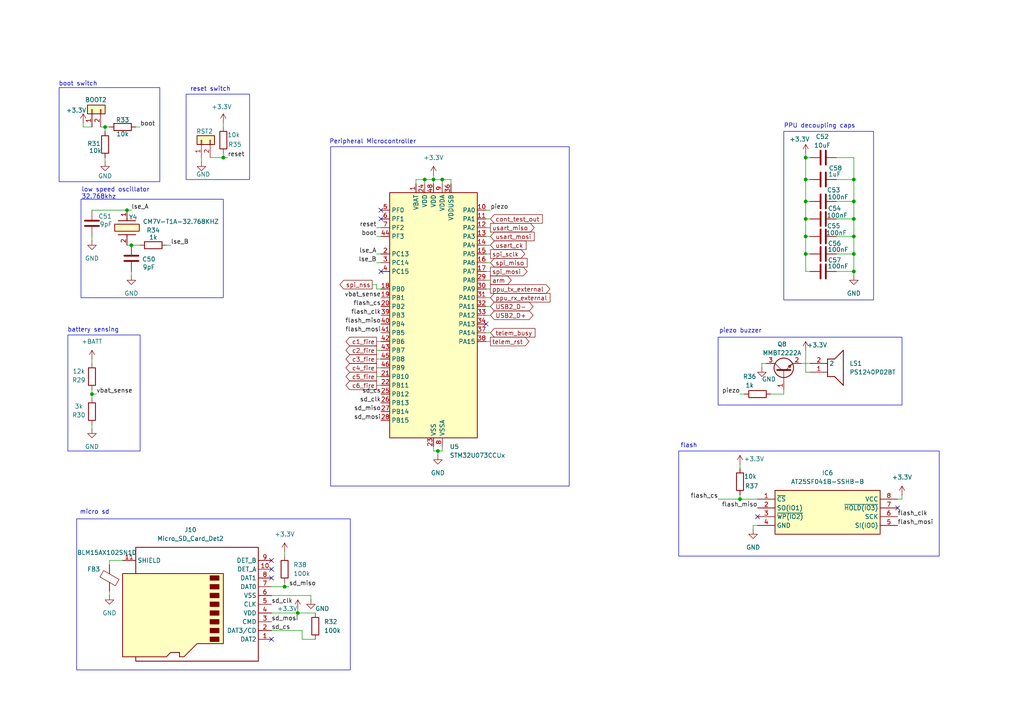
<source format=kicad_sch>
(kicad_sch (version 20250114) (generator "eeschema") (generator_version "9.0")
  (paper "A4")
  (lib_symbols
    (symbol "AT25SF041B-SSHB-B:AT25SF041B-SSHB-B"
      (property "Reference" "IC" (at 36.83 7.62 0))
      (property "Value" "AT25SF041B-SSHB-B" (at 36.83 5.08 0))
      (symbol "AT25SF041B-SSHB-B_1_1"
        (rectangle (start 5.08 2.54) (end 35.56 -10.16) (stroke (width 0.254)) (fill (type background)))
        (pin passive line (at 0 0 0) (length 5.08) (name "~{CS}") (number "1"))
        (pin passive line (at 0 -2.54 0) (length 5.08) (name "SO(IO1)") (number "2"))
        (pin passive line (at 0 -5.08 0) (length 5.08) (name "~{WP(IO2)}") (number "3"))
        (pin passive line (at 0 -7.62 0) (length 5.08) (name "GND") (number "4"))
        (pin passive line (at 40.64 0 180) (length 5.08) (name "VCC") (number "8"))
        (pin passive line (at 40.64 -2.54 180) (length 5.08) (name "~{HOLD(IO3)}") (number "7"))
        (pin passive line (at 40.64 -5.08 180) (length 5.08) (name "SCK") (number "6"))
        (pin passive line (at 40.64 -7.62 180) (length 5.08) (name "SI(IO0)") (number "5"))
      )
    )
    (symbol "CM7V-T1A-32_768KHZ-9PF-10PPM-T:CM7V-T1A-32.768KHZ-9PF-10PPM-TA-QC" (pin_names (hide yes))
      (property "Reference" "Y" (at 8.89 6.35 0))
      (property "Value" "CM7V-T1A-32.768KHZ-9PF-10PPM-TA-QC" (at 8.89 3.81 0))
      (symbol "CM7V-T1A-32.768KHZ-9PF-10PPM-TA-QC_1_1"
        (polyline (pts (xy 3.048 2.54) (xy 3.048 -2.54)) (stroke (width 0.254)))
        (polyline (pts (xy 3.048 0) (xy 2.54 0)) (stroke (width 0.254)))
        (rectangle (start 4.064 3.556) (end 6.096 -3.556) (stroke (width 0.254)) (fill (type background)))
        (polyline (pts (xy 7.112 2.54) (xy 7.112 -2.54)) (stroke (width 0.254)))
        (polyline (pts (xy 7.112 0) (xy 7.62 0)) (stroke (width 0.254)))
        (pin passive line (at 0 0 0) (length 2.54) (name "1") (number "1"))
        (pin passive line (at 10.16 0 180) (length 2.54) (name "2") (number "2"))
      )
    )
    (symbol "Connector:Micro_SD_Card_Det2"
      (property "Reference" "J" (at -16.51 17.78 0))
      (property "Value" "Micro_SD_Card_Det2" (at 16.51 17.78 0))
      (symbol "Micro_SD_Card_Det2_0_1"
        (polyline (pts (xy -8.89 -8.89) (xy -8.89 11.43) (xy -1.27 11.43) (xy 2.54 15.24) (xy 3.81 15.24) (xy 3.81 13.97) (xy 6.35 13.97) (xy 7.62 15.24) (xy 20.32 15.24) (xy 20.32 -8.89) (xy -8.89 -8.89)) (stroke (width 0.254)) (fill (type background)))
        (rectangle (start -7.62 10.795) (end -5.08 9.525) (stroke (width 0.254)) (fill (type outline)))
        (rectangle (start -7.62 8.255) (end -5.08 6.985) (stroke (width 0.254)) (fill (type outline)))
        (rectangle (start -7.62 5.715) (end -5.08 4.445) (stroke (width 0.254)) (fill (type outline)))
        (rectangle (start -7.62 3.175) (end -5.08 1.905) (stroke (width 0.254)) (fill (type outline)))
        (rectangle (start -7.62 0.635) (end -5.08 -0.635) (stroke (width 0.254)) (fill (type outline)))
        (rectangle (start -7.62 -1.905) (end -5.08 -3.175) (stroke (width 0.254)) (fill (type outline)))
        (rectangle (start -7.62 -4.445) (end -5.08 -5.715) (stroke (width 0.254)) (fill (type outline)))
        (rectangle (start -7.62 -6.985) (end -5.08 -8.255) (stroke (width 0.254)) (fill (type outline)))
        (polyline (pts (xy 16.51 15.24) (xy 16.51 16.51) (xy -19.05 16.51) (xy -19.05 -16.51) (xy 16.51 -16.51) (xy 16.51 -8.89)) (stroke (width 0.254)))
      )
      (symbol "Micro_SD_Card_Det2_1_1"
        (pin bidirectional line (at -22.86 10.16 0) (length 3.81) (name "DAT2") (number "1"))
        (pin bidirectional line (at -22.86 7.62 0) (length 3.81) (name "DAT3/CD") (number "2"))
        (pin input line (at -22.86 5.08 0) (length 3.81) (name "CMD") (number "3"))
        (pin power_in line (at -22.86 2.54 0) (length 3.81) (name "VDD") (number "4"))
        (pin input line (at -22.86 0 0) (length 3.81) (name "CLK") (number "5"))
        (pin power_in line (at -22.86 -2.54 0) (length 3.81) (name "VSS") (number "6"))
        (pin bidirectional line (at -22.86 -5.08 0) (length 3.81) (name "DAT0") (number "7"))
        (pin bidirectional line (at -22.86 -7.62 0) (length 3.81) (name "DAT1") (number "8"))
        (pin passive line (at -22.86 -10.16 0) (length 3.81) (name "DET_A") (number "10"))
        (pin passive line (at -22.86 -12.7 0) (length 3.81) (name "DET_B") (number "9"))
        (pin passive line (at 20.32 -12.7 180) (length 3.81) (name "SHIELD") (number "11"))
      )
    )
    (symbol "Connector_Generic:Conn_01x02" (pin_names (offset 1.016) (hide yes))
      (property "Reference" "J" (at 0 2.54 0))
      (property "Value" "Conn_01x02" (at 0 -5.08 0))
      (symbol "Conn_01x02_1_1"
        (rectangle (start -1.27 1.27) (end 1.27 -3.81) (stroke (width 0.254)) (fill (type background)))
        (rectangle (start -1.27 0.127) (end 0 -0.127) (stroke (width 0.1524)))
        (rectangle (start -1.27 -2.413) (end 0 -2.667) (stroke (width 0.1524)))
        (pin passive line (at -5.08 0 0) (length 3.81) (name "Pin_1") (number "1"))
        (pin passive line (at -5.08 -2.54 0) (length 3.81) (name "Pin_2") (number "2"))
      )
    )
    (symbol "Device:C" (pin_numbers (hide yes)) (pin_names (offset 0.254))
      (property "Reference" "C" (at 0.635 2.54 0))
      (property "Value" "C" (at 0.635 -2.54 0))
      (symbol "C_0_1"
        (polyline (pts (xy -2.032 0.762) (xy 2.032 0.762)) (stroke (width 0.508)))
        (polyline (pts (xy -2.032 -0.762) (xy 2.032 -0.762)) (stroke (width 0.508)))
      )
      (symbol "C_1_1"
        (pin passive line (at 0 3.81 270) (length 2.794) (name "~") (number "1"))
        (pin passive line (at 0 -3.81 90) (length 2.794) (name "~") (number "2"))
      )
    )
    (symbol "Device:FerriteBead" (pin_numbers (hide yes)) (pin_names (offset 0))
      (property "Reference" "FB" (at -3.81 0.635 90))
      (property "Value" "FerriteBead" (at 3.81 0 90))
      (symbol "FerriteBead_0_1"
        (polyline (pts (xy -2.7686 0.4064) (xy -1.7018 2.2606) (xy 2.7686 -0.3048) (xy 1.6764 -2.159) (xy -2.7686 0.4064)))
        (polyline (pts (xy 0 1.27) (xy 0 1.2954)))
        (polyline (pts (xy 0 -1.27) (xy 0 -1.2192)))
      )
      (symbol "FerriteBead_1_1"
        (pin passive line (at 0 3.81 270) (length 2.54) (name "~") (number "1"))
        (pin passive line (at 0 -3.81 90) (length 2.54) (name "~") (number "2"))
      )
    )
    (symbol "Device:R" (pin_numbers (hide yes)) (pin_names (offset 0))
      (property "Reference" "R" (at 2.032 0 90))
      (property "Value" "R" (at 0 0 90))
      (symbol "R_0_1"
        (rectangle (start -1.016 -2.54) (end 1.016 2.54) (stroke (width 0.254)))
      )
      (symbol "R_1_1"
        (pin passive line (at 0 3.81 270) (length 1.27) (name "~") (number "1"))
        (pin passive line (at 0 -3.81 90) (length 1.27) (name "~") (number "2"))
      )
    )
    (symbol "MCU_ST_STM32U0:STM32U073CCUx"
      (property "Reference" "U" (at -12.7 36.83 0))
      (property "Value" "STM32U073CCUx" (at 7.62 36.83 0))
      (symbol "STM32U073CCUx_0_1"
        (rectangle (start -12.7 -35.56) (end 12.7 35.56) (stroke (width 0.254)) (fill (type background)))
      )
      (symbol "STM32U073CCUx_1_1"
        (pin bidirectional line (at -15.24 30.48 0) (length 2.54) (name "PF0") (number "5"))
        (pin bidirectional line (at -15.24 27.94 0) (length 2.54) (name "PF1") (number "6"))
        (pin bidirectional line (at -15.24 25.4 0) (length 2.54) (name "PF2") (number "7"))
        (pin bidirectional line (at -15.24 22.86 0) (length 2.54) (name "PF3") (number "44"))
        (pin bidirectional line (at -15.24 17.78 0) (length 2.54) (name "PC13") (number "2"))
        (pin bidirectional line (at -15.24 15.24 0) (length 2.54) (name "PC14") (number "3"))
        (pin bidirectional line (at -15.24 12.7 0) (length 2.54) (name "PC15") (number "4"))
        (pin bidirectional line (at -15.24 7.62 0) (length 2.54) (name "PB0") (number "18"))
        (pin bidirectional line (at -15.24 5.08 0) (length 2.54) (name "PB1") (number "19"))
        (pin bidirectional line (at -15.24 2.54 0) (length 2.54) (name "PB2") (number "20"))
        (pin bidirectional line (at -15.24 0 0) (length 2.54) (name "PB3") (number "39"))
        (pin bidirectional line (at -15.24 -2.54 0) (length 2.54) (name "PB4") (number "40"))
        (pin bidirectional line (at -15.24 -5.08 0) (length 2.54) (name "PB5") (number "41"))
        (pin bidirectional line (at -15.24 -7.62 0) (length 2.54) (name "PB6") (number "42"))
        (pin bidirectional line (at -15.24 -10.16 0) (length 2.54) (name "PB7") (number "43"))
        (pin bidirectional line (at -15.24 -12.7 0) (length 2.54) (name "PB8") (number "45"))
        (pin bidirectional line (at -15.24 -15.24 0) (length 2.54) (name "PB9") (number "46"))
        (pin bidirectional line (at -15.24 -17.78 0) (length 2.54) (name "PB10") (number "21"))
        (pin bidirectional line (at -15.24 -20.32 0) (length 2.54) (name "PB11") (number "22"))
        (pin bidirectional line (at -15.24 -22.86 0) (length 2.54) (name "PB12") (number "25"))
        (pin bidirectional line (at -15.24 -25.4 0) (length 2.54) (name "PB13") (number "26"))
        (pin bidirectional line (at -15.24 -27.94 0) (length 2.54) (name "PB14") (number "27"))
        (pin bidirectional line (at -15.24 -30.48 0) (length 2.54) (name "PB15") (number "28"))
        (pin power_in line (at -5.08 38.1 270) (length 2.54) (name "VBAT") (number "1"))
        (pin power_in line (at -2.54 38.1 270) (length 2.54) (name "VDD") (number "24"))
        (pin power_in line (at 0 38.1 270) (length 2.54) (name "VDD") (number "48"))
        (pin power_in line (at 0 -38.1 90) (length 2.54) (name "VSS") (number "23"))
        (pin passive line (at 0 -38.1 90) (length 2.54) (hide yes) (name "VSS") (number "35"))
        (pin passive line (at 0 -38.1 90) (length 2.54) (hide yes) (name "VSS") (number "47"))
        (pin passive line (at 0 -38.1 90) (length 2.54) (hide yes) (name "VSS") (number "49"))
        (pin power_in line (at 2.54 38.1 270) (length 2.54) (name "VDDA") (number "9"))
        (pin power_in line (at 2.54 -38.1 90) (length 2.54) (name "VSSA") (number "8"))
        (pin power_in line (at 5.08 38.1 270) (length 2.54) (name "VDDUSB") (number "36"))
        (pin bidirectional line (at 15.24 30.48 180) (length 2.54) (name "PA0") (number "10"))
        (pin bidirectional line (at 15.24 27.94 180) (length 2.54) (name "PA1") (number "11"))
        (pin bidirectional line (at 15.24 25.4 180) (length 2.54) (name "PA2") (number "12"))
        (pin bidirectional line (at 15.24 22.86 180) (length 2.54) (name "PA3") (number "13"))
        (pin bidirectional line (at 15.24 20.32 180) (length 2.54) (name "PA4") (number "14"))
        (pin bidirectional line (at 15.24 17.78 180) (length 2.54) (name "PA5") (number "15"))
        (pin bidirectional line (at 15.24 15.24 180) (length 2.54) (name "PA6") (number "16"))
        (pin bidirectional line (at 15.24 12.7 180) (length 2.54) (name "PA7") (number "17"))
        (pin bidirectional line (at 15.24 10.16 180) (length 2.54) (name "PA8") (number "29"))
        (pin bidirectional line (at 15.24 7.62 180) (length 2.54) (name "PA9") (number "30"))
        (pin bidirectional line (at 15.24 5.08 180) (length 2.54) (name "PA10") (number "31"))
        (pin bidirectional line (at 15.24 2.54 180) (length 2.54) (name "PA11") (number "32"))
        (pin bidirectional line (at 15.24 0 180) (length 2.54) (name "PA12") (number "33"))
        (pin bidirectional line (at 15.24 -2.54 180) (length 2.54) (name "PA13") (number "34"))
        (pin bidirectional line (at 15.24 -5.08 180) (length 2.54) (name "PA14") (number "37"))
        (pin bidirectional line (at 15.24 -7.62 180) (length 2.54) (name "PA15") (number "38"))
      )
    )
    (symbol "PS1240P02BT:PS1240P02BT"
      (property "Reference" "LS" (at 11.43 0 0))
      (property "Value" "PS1240P02BT" (at 11.43 -2.54 0))
      (symbol "PS1240P02BT_1_1"
        (polyline (pts (xy 5.08 1.27) (xy 5.08 -3.81)) (stroke (width 0.254)))
        (polyline (pts (xy 5.08 1.27) (xy 7.112 1.27)) (stroke (width 0.254)))
        (polyline (pts (xy 7.112 -3.81) (xy 5.08 -3.81)) (stroke (width 0.254)))
        (polyline (pts (xy 7.112 -3.81) (xy 9.652 -6.35)) (stroke (width 0.254)))
        (polyline (pts (xy 9.652 3.81) (xy 7.112 1.27)) (stroke (width 0.254)))
        (polyline (pts (xy 9.652 3.81) (xy 9.652 -6.35)) (stroke (width 0.254)))
        (pin passive line (at 0 0 0) (length 5.08) (name "2") (number "2"))
        (pin passive line (at 0 -2.54 0) (length 5.08) (name "") (number "1"))
      )
    )
    (symbol "Transistor_BJT:MMBT2222A" (pin_names (offset 0) (hide yes))
      (property "Reference" "Q" (at 5.08 1.905 0))
      (property "Value" "MMBT2222A" (at 5.08 0 0))
      (symbol "MMBT2222A_0_1"
        (polyline (pts (xy -2.54 0) (xy 0.635 0)))
        (polyline (pts (xy 0.635 1.905) (xy 0.635 -1.905)) (stroke (width 0.508)))
        (circle (center 1.27 0) (radius 2.8194) (stroke (width 0.254)))
      )
      (symbol "MMBT2222A_1_1"
        (polyline (pts (xy 0.635 0.635) (xy 2.54 2.54)))
        (polyline (pts (xy 0.635 -0.635) (xy 2.54 -2.54)))
        (polyline (pts (xy 1.27 -1.778) (xy 1.778 -1.27) (xy 2.286 -2.286) (xy 1.27 -1.778)) (fill (type outline)))
        (pin input line (at -5.08 0 0) (length 2.54) (name "B") (number "1"))
        (pin passive line (at 2.54 5.08 270) (length 2.54) (name "C") (number "3"))
        (pin passive line (at 2.54 -5.08 90) (length 2.54) (name "E") (number "2"))
      )
    )
    (symbol "power:+3.3V" (power) (pin_numbers (hide yes)) (pin_names (offset 0) (hide yes))
      (property "Value" "+3.3V" (at 0 3.556 0))
      (symbol "+3.3V_0_1"
        (polyline (pts (xy -0.762 1.27) (xy 0 2.54)))
        (polyline (pts (xy 0 2.54) (xy 0.762 1.27)))
        (polyline (pts (xy 0 0) (xy 0 2.54)))
      )
      (symbol "+3.3V_1_1"
        (pin power_in line (at 0 0 90) (length 0) (name "~") (number "1"))
      )
    )
    (symbol "power:+BATT" (power) (pin_numbers (hide yes)) (pin_names (offset 0) (hide yes))
      (property "Value" "+BATT" (at 0 3.556 0))
      (symbol "+BATT_0_1"
        (polyline (pts (xy -0.762 1.27) (xy 0 2.54)))
        (polyline (pts (xy 0 2.54) (xy 0.762 1.27)))
        (polyline (pts (xy 0 0) (xy 0 2.54)))
      )
      (symbol "+BATT_1_1"
        (pin power_in line (at 0 0 90) (length 0) (name "~") (number "1"))
      )
    )
    (symbol "power:GND" (power) (pin_numbers (hide yes)) (pin_names (offset 0) (hide yes))
      (property "Value" "GND" (at 0 -3.81 0))
      (symbol "GND_0_1"
        (polyline (pts (xy 0 0) (xy 0 -1.27) (xy 1.27 -1.27) (xy 0 -2.54) (xy -1.27 -1.27) (xy 0 -1.27)))
      )
      (symbol "GND_1_1"
        (pin power_in line (at 0 0 270) (length 0) (name "~") (number "1"))
      )
    )
  )
  (rectangle (start 17.145 25.4) (end 46.355 52.705))
  (rectangle (start 53.975 27.305) (end 72.39 52.07))
  (rectangle (start 227.33 38.1) (end 253.365 86.995))
  (rectangle (start 23.495 57.785) (end 64.77 86.36))
  (rectangle (start 22.225 150.495) (end 101.6 194.31))
  (rectangle (start 95.885 42.545) (end 165.1 140.97))
  (rectangle (start 19.685 97.155) (end 40.64 130.81))
  (rectangle (start 208.28 97.79) (end 261.62 117.475))
  (rectangle (start 196.85 130.81) (end 272.415 161.29))
  (text "flash" (at 197.358 129.286 0) (effects (font (size 1.27 1.27)) (justify left)))
  (text "PPU decoupling caps" (at 227.33 36.576 0) (effects (font (size 1.27 1.27)) (justify left)))
  (text "reset switch" (at 55.118 25.908 0) (effects (font (size 1.27 1.27)) (justify left)))
  (text "battery sensing" (at 19.558 95.758 0) (effects (font (size 1.27 1.27)) (justify left)))
  (text "Peripheral Microcontroller" (at 95.504 41.148 0) (effects (font (size 1.27 1.27)) (justify left)))
  (text "boot switch" (at 17.018 24.384 0) (effects (font (size 1.27 1.27)) (justify left)))
  (text "micro sd" (at 23.114 148.59 0) (effects (font (size 1.27 1.27)) (justify left)))
  (text "piezo buzzer" (at 208.534 96.012 0) (effects (font (size 1.27 1.27)) (justify left)))
  (text "low speed oscillator\n32.768khz" (at 23.622 56.134 0) (effects (font (size 1.27 1.27)) (justify left)))
  (junction (at 247.65 73.66))
  (junction (at 128.27 52.07))
  (junction (at 247.65 78.74))
  (junction (at 36.83 60.96))
  (junction (at 125.73 52.07))
  (junction (at 233.68 45.72))
  (junction (at 247.65 58.42))
  (junction (at 247.65 63.5))
  (junction (at 233.68 63.5))
  (junction (at 123.19 52.07))
  (junction (at 233.68 68.58))
  (junction (at 127 130.81))
  (junction (at 233.68 73.66))
  (junction (at 30.48 36.83))
  (junction (at 233.68 52.07))
  (junction (at 86.36 177.8))
  (junction (at 247.65 52.07))
  (junction (at 233.68 58.42))
  (junction (at 26.67 114.3))
  (junction (at 214.63 144.78))
  (junction (at 38.1 71.12))
  (junction (at 82.55 170.18))
  (junction (at 64.77 45.72))
  (junction (at 247.65 68.58))
  (no_connect (at 219.71 149.86))
  (no_connect (at 110.49 60.96))
  (no_connect (at 78.74 185.42))
  (no_connect (at 78.74 167.64))
  (no_connect (at 78.74 165.1))
  (no_connect (at 110.49 78.74))
  (no_connect (at 78.74 162.56))
  (no_connect (at 140.97 93.98))
  (no_connect (at 260.35 147.32))
  (no_connect (at 110.49 63.5))
  (wire (pts (xy 125.73 52.07) (xy 128.27 52.07)))
  (wire (pts (xy 233.68 44.45) (xy 233.68 45.72)))
  (wire (pts (xy 26.67 123.19) (xy 26.67 124.46)))
  (wire (pts (xy 232.41 105.41) (xy 234.95 105.41)))
  (wire (pts (xy 140.97 96.52) (xy 142.24 96.52)))
  (wire (pts (xy 30.48 45.72) (xy 30.48 46.99)))
  (wire (pts (xy 64.77 35.56) (xy 64.77 36.83)))
  (wire (pts (xy 233.68 107.95) (xy 233.68 101.6)))
  (wire (pts (xy 140.97 66.04) (xy 142.24 66.04)))
  (wire (pts (xy 64.77 45.72) (xy 66.04 45.72)))
  (wire (pts (xy 31.75 171.45) (xy 31.75 172.72)))
  (wire (pts (xy 29.21 36.83) (xy 30.48 36.83)))
  (wire (pts (xy 109.22 111.76) (xy 110.49 111.76)))
  (wire (pts (xy 247.65 78.74) (xy 242.57 78.74)))
  (wire (pts (xy 78.74 170.18) (xy 82.55 170.18)))
  (wire (pts (xy 109.22 83.82) (xy 110.49 83.82)))
  (wire (pts (xy 26.67 114.3) (xy 26.67 115.57)))
  (wire (pts (xy 247.65 58.42) (xy 247.65 63.5)))
  (wire (pts (xy 242.57 52.07) (xy 247.65 52.07)))
  (wire (pts (xy 220.98 105.41) (xy 222.25 105.41)))
  (wire (pts (xy 109.22 106.68) (xy 110.49 106.68)))
  (wire (pts (xy 247.65 73.66) (xy 247.65 78.74)))
  (wire (pts (xy 60.96 45.72) (xy 64.77 45.72)))
  (wire (pts (xy 140.97 86.36) (xy 142.24 86.36)))
  (wire (pts (xy 90.17 173.99) (xy 90.17 172.72)))
  (wire (pts (xy 26.67 104.14) (xy 26.67 105.41)))
  (wire (pts (xy 233.68 45.72) (xy 233.68 52.07)))
  (wire (pts (xy 140.97 99.06) (xy 142.24 99.06)))
  (wire (pts (xy 247.65 63.5) (xy 247.65 68.58)))
  (wire (pts (xy 109.22 82.55) (xy 109.22 83.82)))
  (wire (pts (xy 48.26 71.12) (xy 49.53 71.12)))
  (wire (pts (xy 247.65 45.72) (xy 247.65 52.07)))
  (wire (pts (xy 38.1 71.12) (xy 36.83 71.12)))
  (wire (pts (xy 87.63 182.88) (xy 87.63 185.42)))
  (wire (pts (xy 109.22 76.2) (xy 110.49 76.2)))
  (wire (pts (xy 220.98 105.41) (xy 220.98 106.68)))
  (wire (pts (xy 130.81 52.07) (xy 130.81 53.34)))
  (wire (pts (xy 140.97 63.5) (xy 142.24 63.5)))
  (wire (pts (xy 242.57 73.66) (xy 247.65 73.66)))
  (wire (pts (xy 140.97 68.58) (xy 142.24 68.58)))
  (wire (pts (xy 26.67 114.3) (xy 27.94 114.3)))
  (wire (pts (xy 247.65 68.58) (xy 247.65 73.66)))
  (wire (pts (xy 127 130.81) (xy 125.73 130.81)))
  (wire (pts (xy 247.65 78.74) (xy 247.65 80.01)))
  (wire (pts (xy 109.22 104.14) (xy 110.49 104.14)))
  (wire (pts (xy 233.68 52.07) (xy 233.68 58.42)))
  (wire (pts (xy 109.22 101.6) (xy 110.49 101.6)))
  (wire (pts (xy 109.22 109.22) (xy 110.49 109.22)))
  (wire (pts (xy 86.36 177.8) (xy 91.44 177.8)))
  (wire (pts (xy 120.65 53.34) (xy 120.65 52.07)))
  (wire (pts (xy 82.55 160.02) (xy 82.55 161.29)))
  (wire (pts (xy 261.62 143.51) (xy 261.62 144.78)))
  (wire (pts (xy 242.57 45.72) (xy 247.65 45.72)))
  (wire (pts (xy 214.63 114.3) (xy 215.9 114.3)))
  (wire (pts (xy 140.97 78.74) (xy 142.24 78.74)))
  (wire (pts (xy 242.57 68.58) (xy 247.65 68.58)))
  (wire (pts (xy 109.22 73.66) (xy 110.49 73.66)))
  (wire (pts (xy 109.22 68.58) (xy 110.49 68.58)))
  (wire (pts (xy 233.68 68.58) (xy 233.68 73.66)))
  (wire (pts (xy 234.95 58.42) (xy 233.68 58.42)))
  (wire (pts (xy 140.97 91.44) (xy 142.24 91.44)))
  (wire (pts (xy 128.27 52.07) (xy 130.81 52.07)))
  (wire (pts (xy 214.63 144.78) (xy 219.71 144.78)))
  (wire (pts (xy 123.19 52.07) (xy 125.73 52.07)))
  (wire (pts (xy 140.97 71.12) (xy 142.24 71.12)))
  (wire (pts (xy 140.97 88.9) (xy 142.24 88.9)))
  (wire (pts (xy 233.68 78.74) (xy 234.95 78.74)))
  (wire (pts (xy 218.44 153.67) (xy 218.44 152.4)))
  (wire (pts (xy 26.67 60.96) (xy 36.83 60.96)))
  (wire (pts (xy 233.68 52.07) (xy 234.95 52.07)))
  (wire (pts (xy 109.22 66.04) (xy 110.49 66.04)))
  (wire (pts (xy 234.95 73.66) (xy 233.68 73.66)))
  (wire (pts (xy 128.27 52.07) (xy 128.27 53.34)))
  (wire (pts (xy 58.42 45.72) (xy 58.42 46.99)))
  (wire (pts (xy 82.55 168.91) (xy 82.55 170.18)))
  (wire (pts (xy 78.74 172.72) (xy 90.17 172.72)))
  (wire (pts (xy 242.57 58.42) (xy 247.65 58.42)))
  (wire (pts (xy 83.82 170.18) (xy 82.55 170.18)))
  (wire (pts (xy 36.83 60.96) (xy 38.1 60.96)))
  (wire (pts (xy 214.63 143.51) (xy 214.63 144.78)))
  (wire (pts (xy 31.75 162.56) (xy 35.56 162.56)))
  (wire (pts (xy 123.19 52.07) (xy 123.19 53.34)))
  (wire (pts (xy 30.48 36.83) (xy 30.48 38.1)))
  (wire (pts (xy 125.73 52.07) (xy 125.73 53.34)))
  (wire (pts (xy 223.52 114.3) (xy 227.33 114.3)))
  (wire (pts (xy 125.73 130.81) (xy 125.73 129.54)))
  (wire (pts (xy 234.95 68.58) (xy 233.68 68.58)))
  (wire (pts (xy 109.22 99.06) (xy 110.49 99.06)))
  (wire (pts (xy 39.37 36.83) (xy 40.64 36.83)))
  (wire (pts (xy 127 130.81) (xy 127 132.08)))
  (wire (pts (xy 233.68 58.42) (xy 233.68 63.5)))
  (wire (pts (xy 107.95 82.55) (xy 109.22 82.55)))
  (wire (pts (xy 233.68 63.5) (xy 233.68 68.58)))
  (wire (pts (xy 233.68 45.72) (xy 234.95 45.72)))
  (wire (pts (xy 38.1 78.74) (xy 38.1 80.01)))
  (wire (pts (xy 214.63 134.62) (xy 214.63 135.89)))
  (wire (pts (xy 31.75 163.83) (xy 31.75 162.56)))
  (wire (pts (xy 247.65 52.07) (xy 247.65 58.42)))
  (wire (pts (xy 233.68 107.95) (xy 234.95 107.95)))
  (wire (pts (xy 64.77 44.45) (xy 64.77 45.72)))
  (wire (pts (xy 140.97 73.66) (xy 142.24 73.66)))
  (wire (pts (xy 26.67 113.03) (xy 26.67 114.3)))
  (wire (pts (xy 86.36 176.53) (xy 86.36 177.8)))
  (wire (pts (xy 140.97 83.82) (xy 142.24 83.82)))
  (wire (pts (xy 218.44 152.4) (xy 219.71 152.4)))
  (wire (pts (xy 26.67 68.58) (xy 26.67 69.85)))
  (wire (pts (xy 140.97 76.2) (xy 142.24 76.2)))
  (wire (pts (xy 24.13 36.83) (xy 24.13 35.56)))
  (wire (pts (xy 125.73 50.8) (xy 125.73 52.07)))
  (wire (pts (xy 24.13 36.83) (xy 26.67 36.83)))
  (wire (pts (xy 261.62 144.78) (xy 260.35 144.78)))
  (wire (pts (xy 120.65 52.07) (xy 123.19 52.07)))
  (wire (pts (xy 87.63 185.42) (xy 91.44 185.42)))
  (wire (pts (xy 40.64 71.12) (xy 38.1 71.12)))
  (wire (pts (xy 208.28 144.78) (xy 214.63 144.78)))
  (wire (pts (xy 86.36 177.8) (xy 78.74 177.8)))
  (wire (pts (xy 234.95 63.5) (xy 233.68 63.5)))
  (wire (pts (xy 30.48 36.83) (xy 31.75 36.83)))
  (wire (pts (xy 78.74 182.88) (xy 87.63 182.88)))
  (wire (pts (xy 233.68 78.74) (xy 233.68 73.66)))
  (wire (pts (xy 242.57 63.5) (xy 247.65 63.5)))
  (wire (pts (xy 140.97 60.96) (xy 142.24 60.96)))
  (wire (pts (xy 128.27 130.81) (xy 127 130.81)))
  (wire (pts (xy 227.33 113.03) (xy 227.33 114.3)))
  (wire (pts (xy 142.24 81.28) (xy 140.97 81.28)))
  (wire (pts (xy 128.27 129.54) (xy 128.27 130.81)))
  (label "sd_mosi" (at 78.74 180.34 0))
  (label "sd_cs" (at 110.49 114.3 180))
  (label "lse_A" (at 38.1 60.96 0))
  (label "lse_A" (at 109.22 73.66 180))
  (label "flash_mosi" (at 110.49 96.52 180))
  (label "flash_mosi" (at 260.35 152.4 0))
  (label "flash_clk" (at 260.35 149.86 0))
  (label "boot" (at 109.22 68.58 180))
  (label "sd_mosi" (at 110.49 121.92 180))
  (label "flash_cs" (at 208.28 144.78 180))
  (label "flash_miso" (at 219.71 147.32 180))
  (label "reset" (at 66.04 45.72 0))
  (label "lse_B" (at 109.22 76.2 180))
  (label "sd_clk" (at 78.74 175.26 0))
  (label "sd_cs" (at 78.74 182.88 0))
  (label "sd_clk" (at 110.49 116.84 180))
  (label "boot" (at 40.64 36.83 0))
  (label "vbat_sense" (at 27.94 114.3 0))
  (label "flash_cs" (at 110.49 88.9 180))
  (label "lse_B" (at 49.53 71.12 0))
  (label "reset" (at 109.22 66.04 180))
  (label "sd_miso" (at 110.49 119.38 180))
  (label "piezo" (at 142.24 60.96 0))
  (label "flash_miso" (at 110.49 93.98 180))
  (label "vbat_sense" (at 110.49 86.36 180))
  (label "flash_clk" (at 110.49 91.44 180))
  (label "piezo" (at 214.63 114.3 180))
  (label "sd_miso" (at 83.82 170.18 0))
  (global_label "c3_fire" (shape output) (at 109.22 104.14 180) (property "Intersheetrefs" "${INTERSHEET_REFS}" (effects (hide yes))))
  (global_label "usart_mosi" (shape input) (at 142.24 68.58 0) (property "Intersheetrefs" "${INTERSHEET_REFS}" (effects (hide yes))))
  (global_label "telem_rst" (shape output) (at 142.24 99.06 0) (property "Intersheetrefs" "${INTERSHEET_REFS}" (effects (hide yes))))
  (global_label "telem_busy" (shape input) (at 142.24 96.52 0) (property "Intersheetrefs" "${INTERSHEET_REFS}" (effects (hide yes))))
  (global_label "cont_test_out" (shape input) (at 142.24 63.5 0) (property "Intersheetrefs" "${INTERSHEET_REFS}" (effects (hide yes))))
  (global_label "c1_fire" (shape output) (at 109.22 99.06 180) (property "Intersheetrefs" "${INTERSHEET_REFS}" (effects (hide yes))))
  (global_label "ppu_rx_external" (shape input) (at 142.24 86.36 0) (property "Intersheetrefs" "${INTERSHEET_REFS}" (effects (hide yes))))
  (global_label "c2_fire" (shape output) (at 109.22 101.6 180) (property "Intersheetrefs" "${INTERSHEET_REFS}" (effects (hide yes))))
  (global_label "c6_fire" (shape output) (at 109.22 111.76 180) (property "Intersheetrefs" "${INTERSHEET_REFS}" (effects (hide yes))))
  (global_label "ppu_tx_external" (shape output) (at 142.24 83.82 0) (property "Intersheetrefs" "${INTERSHEET_REFS}" (effects (hide yes))))
  (global_label "usart_ck" (shape input) (at 142.24 71.12 0) (property "Intersheetrefs" "${INTERSHEET_REFS}" (effects (hide yes))))
  (global_label "c4_fire" (shape output) (at 109.22 106.68 180) (property "Intersheetrefs" "${INTERSHEET_REFS}" (effects (hide yes))))
  (global_label "spi_nss" (shape output) (at 107.95 82.55 180) (property "Intersheetrefs" "${INTERSHEET_REFS}" (effects (hide yes))))
  (global_label "usart_miso" (shape output) (at 142.24 66.04 0) (property "Intersheetrefs" "${INTERSHEET_REFS}" (effects (hide yes))))
  (global_label "c5_fire" (shape output) (at 109.22 109.22 180) (property "Intersheetrefs" "${INTERSHEET_REFS}" (effects (hide yes))))
  (global_label "spi_sclk" (shape output) (at 142.24 73.66 0) (property "Intersheetrefs" "${INTERSHEET_REFS}" (effects (hide yes))))
  (global_label "arm" (shape output) (at 142.24 81.28 0) (property "Intersheetrefs" "${INTERSHEET_REFS}" (effects (hide yes))))
  (global_label "USB2_D-" (shape bidirectional) (at 142.24 88.9 0) (property "Intersheetrefs" "${INTERSHEET_REFS}" (effects (hide yes))))
  (global_label "spi_mosi" (shape output) (at 142.24 78.74 0) (property "Intersheetrefs" "${INTERSHEET_REFS}" (effects (hide yes))))
  (global_label "spi_miso" (shape input) (at 142.24 76.2 0) (property "Intersheetrefs" "${INTERSHEET_REFS}" (effects (hide yes))))
  (global_label "USB2_D+" (shape bidirectional) (at 142.24 91.44 0) (property "Intersheetrefs" "${INTERSHEET_REFS}" (effects (hide yes))))
  (symbol (lib_id "power:GND") (at 220.98 106.68 0) (unit 1)
    (property "Reference" "#PWR0113" (effects (hide yes)))
    (property "Value" "GND" (at 223.012 109.982 0))
    (property "Description" "Power symbol creates a global label with name \"GND\" , ground" (effects (hide yes)))
  )
  (symbol (lib_id "power:+BATT") (at 26.67 104.14 0) (unit 1)
    (property "Reference" "#PWR0100" (effects (hide yes)))
    (property "Value" "+BATT" (at 26.67 99.06 0))
    (property "Description" "Power symbol creates a global label with name \"+BATT\"" (effects (hide yes)))
  )
  (symbol (lib_id "Device:R") (at 26.67 109.22 180) (unit 1)
    (property "Reference" "R29" (at 22.86 110.236 0))
    (property "Value" "12k" (at 22.86 107.696 0))
    (property "Footprint" "Resistor_SMD:R_0402_1005Metric" (effects (hide yes)))
    (property "Description" "Resistor" (effects (hide yes)))
  )
  (symbol (lib_id "Device:C") (at 238.76 63.5 270) (unit 1)
    (property "Reference" "C54" (at 242.062 60.452 90))
    (property "Value" "100nF" (at 242.824 62.484 90))
    (property "Footprint" "Capacitor_SMD:C_0402_1005Metric" (effects (hide yes)))
    (property "Description" "Unpolarized capacitor" (effects (hide yes)))
  )
  (symbol (lib_id "power:+3.3V") (at 261.62 143.51 0) (unit 1)
    (property "Reference" "#PWR0116" (effects (hide yes)))
    (property "Value" "+3.3V" (at 261.62 138.43 0))
    (property "Description" "Power symbol creates a global label with name \"+3.3V\"" (effects (hide yes)))
  )
  (symbol (lib_id "Connector:Micro_SD_Card_Det2") (at 55.88 175.26 180) (unit 1)
    (property "Reference" "J10" (at 55.245 153.67 0))
    (property "Value" "Micro_SD_Card_Det2" (at 55.245 156.21 0))
    (property "Footprint" "Connector_Card:microSD_HC_Molex_104031-0811" (effects (hide yes)))
    (property "Datasheet" "https://www.hirose.com/en/product/document?clcode=&productname=&series=DM3&documenttype=Catalog&lang=en&documentid=D49662_en" (effects (hide yes)))
    (property "Description" "Micro SD Card Socket with two card detection pins" (effects (hide yes)))
  )
  (symbol (lib_id "power:GND") (at 127 132.08 0) (unit 1)
    (property "Reference" "#PWR0110" (effects (hide yes)))
    (property "Value" "GND" (at 127 137.16 0))
    (property "Description" "Power symbol creates a global label with name \"GND\" , ground" (effects (hide yes)))
  )
  (symbol (lib_id "Device:C") (at 38.1 74.93 0) (unit 1)
    (property "Reference" "C50" (at 43.18 75.184 0))
    (property "Value" "9pF" (at 43.18 77.47 0))
    (property "Footprint" "Capacitor_SMD:C_0402_1005Metric" (effects (hide yes)))
    (property "Description" "Unpolarized capacitor" (effects (hide yes)))
  )
  (symbol (lib_id "Device:C") (at 238.76 78.74 90) (unit 1)
    (property "Reference" "C57" (at 242.062 75.438 90))
    (property "Value" "100nF" (at 243.078 77.216 90))
    (property "Footprint" "Capacitor_SMD:C_0402_1005Metric" (effects (hide yes)))
    (property "Description" "Unpolarized capacitor" (effects (hide yes)))
  )
  (symbol (lib_id "Device:R") (at 82.55 165.1 0) (unit 1)
    (property "Reference" "R38" (at 85.09 163.8299 0) (effects (justify left)))
    (property "Value" "100k" (at 85.09 166.3699 0) (effects (justify left)))
    (property "Footprint" "Resistor_SMD:R_0402_1005Metric" (effects (hide yes)))
    (property "Description" "Resistor" (effects (hide yes)))
  )
  (symbol (lib_id "power:+3.3V") (at 233.68 44.45 0) (unit 1)
    (property "Reference" "#PWR038" (effects (hide yes)))
    (property "Value" "+3.3V" (at 231.902 40.386 0))
    (property "Description" "Power symbol creates a global label with name \"+3.3V\"" (effects (hide yes)))
  )
  (symbol (lib_id "AT25SF041B-SSHB-B:AT25SF041B-SSHB-B") (at 219.71 144.78 0) (unit 1)
    (property "Reference" "IC6" (at 240.03 137.16 0))
    (property "Value" "AT25SF041B-SSHB-B" (at 240.03 139.7 0))
    (property "Footprint" "footprints:SOIC127P600X175-8N" (effects (hide yes)))
    (property "Datasheet" "https://www.renesas.com/us/en/products/memory-logic/non-volatile-memory/spi-nor-flash/dual-quad-spi-memory/at25sf041b-4mbit-27v-minimum-spi-serial-flash-memory-dual-io-support" (effects (hide yes)))
    (property "Description" "The AT25SF041B is a member of our standard class code and data storage solutions designed for 3V systems in which program code is shadowed from Flash memory into embedded or external RAM for execution.The architecture includes erase block sizes that are optimized to meet the needs of today\\'s code and data storage applications and three security register pages for unique device serialization, system-level Electronic Serial Number (ESN) storage, locked key storage, etc.	Universally compatible pinout and comma" (effects (hide yes)))
    (property "Height" "1.75" (effects (hide yes)))
    (property "Mouser Part Number" "988-AT25SF041-SSH-B" (effects (hide yes)))
    (property "Mouser Price/Stock" "https://www.mouser.co.uk/ProductDetail/Renesas-Dialog/AT25SF041B-SSHB-B?qs=IS%252B4QmGtzzpXYmyz2tD79g%3D%3D" (effects (hide yes)))
    (property "Manufacturer_Name" "Renesas Electronics" (effects (hide yes)))
    (property "Manufacturer_Part_Number" "AT25SF041B-SSHB-B" (effects (hide yes)))
  )
  (symbol (lib_id "Device:R") (at 64.77 40.64 180) (unit 1)
    (property "Reference" "R35" (at 70.104 41.91 0) (effects (justify left)))
    (property "Value" "10k" (at 69.596 39.116 0) (effects (justify left)))
    (property "Footprint" "Resistor_SMD:R_0402_1005Metric" (effects (hide yes)))
    (property "Description" "Resistor" (effects (hide yes)))
  )
  (symbol (lib_id "Device:C") (at 238.76 58.42 90) (unit 1)
    (property "Reference" "C53" (at 241.808 55.118 90))
    (property "Value" "100nF" (at 243.078 57.15 90))
    (property "Footprint" "Capacitor_SMD:C_0402_1005Metric" (effects (hide yes)))
    (property "Description" "Unpolarized capacitor" (effects (hide yes)))
  )
  (symbol (lib_id "power:GND") (at 58.42 46.99 0) (unit 1)
    (property "Reference" "#PWR0106" (effects (hide yes)))
    (property "Value" "GND" (at 58.928 50.546 0))
    (property "Description" "Power symbol creates a global label with name \"GND\" , ground" (effects (hide yes)))
  )
  (symbol (lib_id "power:+3.3V") (at 233.68 101.6 0) (unit 1)
    (property "Reference" "#PWR0114" (effects (hide yes)))
    (property "Value" "+3.3V" (at 236.982 100.076 0))
    (property "Description" "Power symbol creates a global label with name \"+3.3V\"" (effects (hide yes)))
  )
  (symbol (lib_id "power:GND") (at 38.1 80.01 0) (unit 1)
    (property "Reference" "#PWR0102" (effects (hide yes)))
    (property "Value" "GND" (at 38.1 85.09 0))
    (property "Description" "Power symbol creates a global label with name \"GND\" , ground" (effects (hide yes)))
  )
  (symbol (lib_id "Device:R") (at 44.45 71.12 90) (unit 1)
    (property "Reference" "R34" (at 44.45 66.802 90))
    (property "Value" "1k" (at 44.45 68.834 90))
    (property "Footprint" "Resistor_SMD:R_0402_1005Metric" (effects (hide yes)))
    (property "Description" "Resistor" (effects (hide yes)))
  )
  (symbol (lib_id "Device:C") (at 238.76 68.58 270) (unit 1)
    (property "Reference" "C55" (at 241.808 65.532 90))
    (property "Value" "100nF" (at 242.57 67.564 90))
    (property "Footprint" "Capacitor_SMD:C_0402_1005Metric" (effects (hide yes)))
    (property "Description" "Unpolarized capacitor" (effects (hide yes)))
  )
  (symbol (lib_id "Device:C") (at 238.76 45.72 90) (unit 1)
    (property "Reference" "C52" (at 238.506 39.624 90))
    (property "Value" "10uF" (at 238.506 42.164 90))
    (property "Footprint" "Capacitor_SMD:C_0603_1608Metric" (effects (hide yes)))
    (property "Description" "Unpolarized capacitor" (effects (hide yes)))
  )
  (symbol (lib_id "power:+3.3V") (at 86.36 176.53 0) (unit 1)
    (property "Reference" "#PWR0104" (effects (hide yes)))
    (property "Value" "+3.3V" (at 83.312 176.53 0))
    (property "Description" "Power symbol creates a global label with name \"+3.3V\"" (effects (hide yes)))
  )
  (symbol (lib_id "Device:R") (at 214.63 139.7 180) (unit 1)
    (property "Reference" "R37" (at 219.964 140.97 0) (effects (justify left)))
    (property "Value" "10k" (at 219.456 138.176 0) (effects (justify left)))
    (property "Footprint" "Resistor_SMD:R_0402_1005Metric" (effects (hide yes)))
    (property "Description" "Resistor" (effects (hide yes)))
  )
  (symbol (lib_id "power:GND") (at 31.75 172.72 0) (unit 1)
    (property "Reference" "#PWR099" (effects (hide yes)))
    (property "Value" "GND" (at 31.75 177.8 0))
    (property "Description" "Power symbol creates a global label with name \"GND\" , ground" (effects (hide yes)))
  )
  (symbol (lib_id "Device:R") (at 219.71 114.3 90) (unit 1)
    (property "Reference" "R36" (at 217.424 109.22 90))
    (property "Value" "1k" (at 217.424 111.76 90))
    (property "Footprint" "Resistor_SMD:R_0402_1005Metric" (effects (hide yes)))
    (property "Description" "Resistor" (effects (hide yes)))
  )
  (symbol (lib_id "Device:C") (at 238.76 52.07 90) (unit 1)
    (property "Reference" "C58" (at 242.316 48.768 90))
    (property "Value" "1uF" (at 242.062 50.546 90))
    (property "Footprint" "Capacitor_SMD:C_0603_1608Metric" (effects (hide yes)))
    (property "Description" "Unpolarized capacitor" (effects (hide yes)))
  )
  (symbol (lib_id "Device:C") (at 238.76 73.66 270) (unit 1)
    (property "Reference" "C56" (at 242.062 70.612 90))
    (property "Value" "100nF" (at 243.078 72.39 90))
    (property "Footprint" "Capacitor_SMD:C_0402_1005Metric" (effects (hide yes)))
    (property "Description" "Unpolarized capacitor" (effects (hide yes)))
  )
  (symbol (lib_id "PS1240P02BT:PS1240P02BT") (at 234.95 105.41 0) (unit 1)
    (property "Reference" "LS1" (at 246.38 105.4099 0) (effects (justify left)))
    (property "Value" "PS1240P02BT" (at 246.38 107.9499 0) (effects (justify left)))
    (property "Footprint" "footprints:PS1240P02BT" (effects (hide yes)))
    (property "Datasheet" "https://product.tdk.com/system/files/dam/doc/product/sw_piezo/sw_piezo/piezo-buzzer/catalog/piezoelectronic_buzzer_ps_en.pdf" (effects (hide yes)))
    (property "Description" "Piezoelectric Buzzers, Sound Pressure Level=70dB min, Freq.=4000Hz nom" (effects (hide yes)))
    (property "Mouser Part Number" "810-PS1240P02BT" (effects (hide yes)))
    (property "Mouser Price/Stock" "https://www.mouser.co.uk/ProductDetail/TDK/PS1240P02BT?qs=d7g9p1yFhWaZXSY9MjKMkw%3D%3D" (effects (hide yes)))
    (property "Manufacturer_Name" "TDK" (effects (hide yes)))
    (property "Manufacturer_Part_Number" "PS1240P02BT" (effects (hide yes)))
  )
  (symbol (lib_id "Device:C") (at 26.67 64.77 0) (unit 1)
    (property "Reference" "C51" (at 30.48 62.738 0))
    (property "Value" "9pF" (at 30.734 65.024 0))
    (property "Footprint" "Capacitor_SMD:C_0402_1005Metric" (effects (hide yes)))
    (property "Description" "Unpolarized capacitor" (effects (hide yes)))
  )
  (symbol (lib_id "power:GND") (at 30.48 46.99 0) (unit 1)
    (property "Reference" "#PWR0112" (effects (hide yes)))
    (property "Value" "GND" (at 30.48 51.054 0))
    (property "Description" "Power symbol creates a global label with name \"GND\" , ground" (effects (hide yes)))
  )
  (symbol (lib_id "power:GND") (at 90.17 173.99 0) (unit 1)
    (property "Reference" "#PWR0105" (effects (hide yes)))
    (property "Value" "GND" (at 93.472 176.53 0))
    (property "Description" "Power symbol creates a global label with name \"GND\" , ground" (effects (hide yes)))
  )
  (symbol (lib_id "Device:R") (at 30.48 41.91 180) (unit 1)
    (property "Reference" "R31" (at 29.21 41.656 0) (effects (justify left)))
    (property "Value" "10k" (at 29.464 43.688 0) (effects (justify left)))
    (property "Footprint" "Resistor_SMD:R_0402_1005Metric" (effects (hide yes)))
    (property "Description" "Resistor" (effects (hide yes)))
  )
  (symbol (lib_id "Device:FerriteBead") (at 31.75 167.64 180) (unit 1)
    (property "Reference" "FB3" (at 27.178 165.1 0))
    (property "Value" "BLM15AX102SN1D" (at 30.988 160.274 0))
    (property "Footprint" "footprints:NFZ15SG152SN10B" (effects (hide yes)))
    (property "Description" "Ferrite bead" (effects (hide yes)))
  )
  (symbol (lib_id "power:+3.3V") (at 214.63 134.62 0) (unit 1)
    (property "Reference" "#PWR0117" (effects (hide yes)))
    (property "Value" "+3.3V" (at 218.694 133.096 0))
    (property "Description" "Power symbol creates a global label with name \"+3.3V\"" (effects (hide yes)))
  )
  (symbol (lib_id "power:+3.3V") (at 64.77 35.56 0) (unit 1)
    (property "Reference" "#PWR0107" (effects (hide yes)))
    (property "Value" "+3.3V" (at 64.262 30.988 0))
    (property "Description" "Power symbol creates a global label with name \"+3.3V\"" (effects (hide yes)))
  )
  (symbol (lib_id "Connector_Generic:Conn_01x02") (at 26.67 31.75 90) (unit 1)
    (property "Reference" "BOOT2" (at 24.638 28.956 90) (effects (justify right)))
    (property "Value" "Conn_01x02" (effects (hide yes)))
    (property "Footprint" "Connector_PinHeader_2.54mm:PinHeader_1x02_P2.54mm_Vertical" (effects (hide yes)))
    (property "Description" "Generic connector, single row, 01x02, script generated (kicad-library-utils/schlib/autogen/connector/)" (effects (hide yes)))
  )
  (symbol (lib_id "Connector_Generic:Conn_01x02") (at 58.42 40.64 90) (unit 1)
    (property "Reference" "RST2" (at 56.896 38.1 90) (effects (justify right)))
    (property "Value" "Conn_01x02" (effects (hide yes)))
    (property "Footprint" "Connector_PinHeader_2.54mm:PinHeader_1x02_P2.54mm_Vertical" (effects (hide yes)))
    (property "Description" "Generic connector, single row, 01x02, script generated (kicad-library-utils/schlib/autogen/connector/)" (effects (hide yes)))
  )
  (symbol (lib_id "power:+3.3V") (at 125.73 50.8 0) (unit 1)
    (property "Reference" "#PWR0108" (effects (hide yes)))
    (property "Value" "+3.3V" (at 125.73 45.72 0))
    (property "Description" "Power symbol creates a global label with name \"+3.3V\"" (effects (hide yes)))
  )
  (symbol (lib_id "MCU_ST_STM32U0:STM32U073CCUx") (at 125.73 91.44 0) (unit 1)
    (property "Reference" "U5" (at 130.4133 129.54 0) (effects (justify left)))
    (property "Value" "STM32U073CCUx" (at 130.4133 132.08 0) (effects (justify left)))
    (property "Footprint" "Package_DFN_QFN:QFN-48-1EP_7x7mm_P0.5mm_EP5.6x5.6mm" (effects (hide yes)))
    (property "Datasheet" "https://www.st.com/resource/en/datasheet/stm32u073cc.pdf" (effects (hide yes)))
    (property "Description" "STMicroelectronics Arm Cortex-M0+ MCU, 256KB flash, 40KB RAM, 56 MHz, 39 GPIO, UFQFPN48" (effects (hide yes)))
  )
  (symbol (lib_id "power:GND") (at 218.44 153.67 0) (unit 1)
    (property "Reference" "#PWR0115" (effects (hide yes)))
    (property "Value" "GND" (at 218.44 158.75 0))
    (property "Description" "Power symbol creates a global label with name \"GND\" , ground" (effects (hide yes)))
  )
  (symbol (lib_id "power:GND") (at 26.67 124.46 0) (unit 1)
    (property "Reference" "#PWR0101" (effects (hide yes)))
    (property "Value" "GND" (at 26.67 129.54 0))
    (property "Description" "Power symbol creates a global label with name \"GND\" , ground" (effects (hide yes)))
  )
  (symbol (lib_id "power:GND") (at 26.67 69.85 0) (unit 1)
    (property "Reference" "#PWR0111" (effects (hide yes)))
    (property "Value" "GND" (at 26.67 74.93 0))
    (property "Description" "Power symbol creates a global label with name \"GND\" , ground" (effects (hide yes)))
  )
  (symbol (lib_id "CM7V-T1A-32_768KHZ-9PF-10PPM-T:CM7V-T1A-32.768KHZ-9PF-10PPM-TA-QC") (at 36.83 60.96 270) (unit 1)
    (property "Reference" "Y4" (at 37.338 62.992 90) (effects (justify left)))
    (property "Value" "CM7V-T1A-32.768KHZ" (at 41.402 64.262 90) (effects (justify left)))
    (property "Footprint" "footprints:CM7V32768TBQA020" (effects (hide yes)))
    (property "Datasheet" "https://www.microcrystal.com/fileadmin/Media/Products/32kHz/Datasheet/CM7V-T1A.pdf" (effects (hide yes)))
    (property "Description" "CRYSTAL 32.768KHZ SMD" (effects (hide yes)))
    (property "Height" "0.65" (effects (hide yes)))
    (property "Mouser Part Number" "428-201565-MG01" (effects (hide yes)))
    (property "Mouser Price/Stock" "https://www.mouser.co.uk/ProductDetail/Micro-Crystal/CM7V-T1A-32.768kHz-9pF-10PPM-TA-QC?qs=7bTaA%2FLYtSbcWt4HcA5rHA%3D%3D" (effects (hide yes)))
    (property "Manufacturer_Name" "Micro Crystal AG" (effects (hide yes)))
    (property "Manufacturer_Part_Number" "CM7V-T1A-32.768KHZ-9PF-10PPM-TA-QC" (effects (hide yes)))
  )
  (symbol (lib_id "power:+3.3V") (at 24.13 35.56 0) (unit 1)
    (property "Reference" "#PWR0103" (effects (hide yes)))
    (property "Value" "+3.3V" (at 22.098 32.004 0))
    (property "Description" "Power symbol creates a global label with name \"+3.3V\"" (effects (hide yes)))
  )
  (symbol (lib_id "Device:R") (at 35.56 36.83 90) (unit 1)
    (property "Reference" "R33" (at 35.56 34.798 90))
    (property "Value" "10k" (at 35.56 38.862 90))
    (property "Footprint" "Resistor_SMD:R_0402_1005Metric" (effects (hide yes)))
    (property "Description" "Resistor" (effects (hide yes)))
  )
  (symbol (lib_id "power:GND") (at 247.65 80.01 0) (unit 1)
    (property "Reference" "#PWR082" (effects (hide yes)))
    (property "Value" "GND" (at 247.65 85.09 0))
    (property "Description" "Power symbol creates a global label with name \"GND\" , ground" (effects (hide yes)))
  )
  (symbol (lib_id "power:+3.3V") (at 82.55 160.02 0) (unit 1)
    (property "Reference" "#PWR0118" (effects (hide yes)))
    (property "Value" "+3.3V" (at 82.55 154.94 0))
    (property "Description" "Power symbol creates a global label with name \"+3.3V\"" (effects (hide yes)))
  )
  (symbol (lib_id "Device:R") (at 26.67 119.38 180) (unit 1)
    (property "Reference" "R30" (at 22.86 120.396 0))
    (property "Value" "3k" (at 22.86 117.856 0))
    (property "Footprint" "Resistor_SMD:R_0402_1005Metric" (effects (hide yes)))
    (property "Description" "Resistor" (effects (hide yes)))
  )
  (symbol (lib_id "Device:R") (at 91.44 181.61 0) (unit 1)
    (property "Reference" "R32" (at 93.98 180.3399 0) (effects (justify left)))
    (property "Value" "100k" (at 93.98 182.8799 0) (effects (justify left)))
    (property "Footprint" "Resistor_SMD:R_0402_1005Metric" (effects (hide yes)))
    (property "Description" "Resistor" (effects (hide yes)))
  )
  (symbol (lib_id "Transistor_BJT:MMBT2222A") (at 227.33 107.95 90) (unit 1)
    (property "Reference" "Q8" (at 226.822 99.822 90))
    (property "Value" "MMBT2222A" (at 226.822 102.362 90))
    (property "Footprint" "Package_TO_SOT_SMD:SOT-23" (effects (hide yes)))
    (property "Datasheet" "https://assets.nexperia.com/documents/data-sheet/MMBT2222A.pdf" (effects (hide yes)))
    (property "Description" "600mA Ic, 40V Vce, NPN Transistor, SOT-23" (effects (hide yes)))
  )
)
</source>
